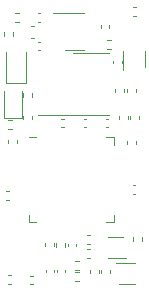
<source format=gbr>
%TF.GenerationSoftware,KiCad,Pcbnew,6.0.3-a3aad9c10e~116~ubuntu20.04.1*%
%TF.CreationDate,2022-03-24T21:59:22+11:00*%
%TF.ProjectId,sea-picro,7365612d-7069-4637-926f-2e6b69636164,0.2*%
%TF.SameCoordinates,Original*%
%TF.FileFunction,Legend,Top*%
%TF.FilePolarity,Positive*%
%FSLAX46Y46*%
G04 Gerber Fmt 4.6, Leading zero omitted, Abs format (unit mm)*
G04 Created by KiCad (PCBNEW 6.0.3-a3aad9c10e~116~ubuntu20.04.1) date 2022-03-24 21:59:22*
%MOMM*%
%LPD*%
G01*
G04 APERTURE LIST*
%ADD10C,0.120000*%
G04 APERTURE END LIST*
D10*
%TO.C,C19*%
X124040000Y-104127836D02*
X124040000Y-103912164D01*
X124760000Y-104127836D02*
X124760000Y-103912164D01*
%TO.C,R6*%
X122120000Y-91153641D02*
X122120000Y-90846359D01*
X122880000Y-91153641D02*
X122880000Y-90846359D01*
%TO.C,U4*%
X130600000Y-86950000D02*
X130600000Y-85400000D01*
X132400000Y-85400000D02*
X132400000Y-86700000D01*
%TO.C,C10*%
X131190000Y-91117836D02*
X131190000Y-90902164D01*
X131910000Y-91117836D02*
X131910000Y-90902164D01*
%TO.C,C8*%
X125890000Y-101692164D02*
X125890000Y-101907836D01*
X126610000Y-101692164D02*
X126610000Y-101907836D01*
%TO.C,C11*%
X120907836Y-97960000D02*
X120692164Y-97960000D01*
X120907836Y-97240000D02*
X120692164Y-97240000D01*
%TO.C,U1*%
X126450000Y-85320000D02*
X125650000Y-85320000D01*
X126450000Y-82200000D02*
X124650000Y-82200000D01*
X126450000Y-85320000D02*
X127250000Y-85320000D01*
X126450000Y-82200000D02*
X127250000Y-82200000D01*
%TO.C,R16*%
X120846359Y-91980000D02*
X121153641Y-91980000D01*
X120846359Y-91220000D02*
X121153641Y-91220000D01*
%TO.C,R10*%
X122120000Y-89253641D02*
X122120000Y-88946359D01*
X122880000Y-89253641D02*
X122880000Y-88946359D01*
%TO.C,U2*%
X126350000Y-85540000D02*
X129350000Y-85540000D01*
X123350000Y-90760000D02*
X129350000Y-90760000D01*
%TO.C,R9*%
X125680000Y-101953641D02*
X125680000Y-101646359D01*
X124920000Y-101953641D02*
X124920000Y-101646359D01*
%TO.C,R7*%
X130630000Y-88559332D02*
X130630000Y-88866614D01*
X129870000Y-88559332D02*
X129870000Y-88866614D01*
%TO.C,C2*%
X129410000Y-83202164D02*
X129410000Y-83417836D01*
X128690000Y-83202164D02*
X128690000Y-83417836D01*
%TO.C,R4*%
X131396359Y-82430000D02*
X131703641Y-82430000D01*
X131396359Y-81670000D02*
X131703641Y-81670000D01*
%TO.C,C15*%
X120840000Y-93157836D02*
X120840000Y-92942164D01*
X121560000Y-93157836D02*
X121560000Y-92942164D01*
%TO.C,C7*%
X122692164Y-105110000D02*
X122907836Y-105110000D01*
X122692164Y-104390000D02*
X122907836Y-104390000D01*
%TO.C,R15*%
X132180000Y-101146359D02*
X132180000Y-101453641D01*
X131420000Y-101146359D02*
X131420000Y-101453641D01*
%TO.C,C12*%
X127457836Y-91100000D02*
X127242164Y-91100000D01*
X127457836Y-91820000D02*
X127242164Y-91820000D01*
%TO.C,C5*%
X125660000Y-104127836D02*
X125660000Y-103912164D01*
X124940000Y-104127836D02*
X124940000Y-103912164D01*
%TO.C,C1*%
X123557836Y-85320000D02*
X123342164Y-85320000D01*
X123557836Y-84600000D02*
X123342164Y-84600000D01*
%TO.C,R12*%
X127496359Y-102880000D02*
X127803641Y-102880000D01*
X127496359Y-102120000D02*
X127803641Y-102120000D01*
%TO.C,R5*%
X128530000Y-103896359D02*
X128530000Y-104203641D01*
X127770000Y-103896359D02*
X127770000Y-104203641D01*
%TO.C,R17*%
X120796359Y-105130000D02*
X121103641Y-105130000D01*
X120796359Y-104370000D02*
X121103641Y-104370000D01*
%TO.C,R1*%
X129246359Y-85230000D02*
X129553641Y-85230000D01*
X129246359Y-84470000D02*
X129553641Y-84470000D01*
%TO.C,F1*%
X122737221Y-83250000D02*
X123062779Y-83250000D01*
X122737221Y-84270000D02*
X123062779Y-84270000D01*
%TO.C,R11*%
X126853641Y-103880000D02*
X126546359Y-103880000D01*
X126853641Y-103120000D02*
X126546359Y-103120000D01*
%TO.C,Q1*%
X130000000Y-103300000D02*
X131550000Y-103300000D01*
X131550000Y-105100000D02*
X130250000Y-105100000D01*
%TO.C,R14*%
X126853641Y-104120000D02*
X126546359Y-104120000D01*
X126853641Y-104880000D02*
X126546359Y-104880000D01*
%TO.C,C6*%
X123990000Y-101857836D02*
X123990000Y-101642164D01*
X124710000Y-101857836D02*
X124710000Y-101642164D01*
%TO.C,U3*%
X129160000Y-99870000D02*
X129810000Y-99870000D01*
X122590000Y-99870000D02*
X122590000Y-99220000D01*
X129810000Y-92650000D02*
X129810000Y-93300000D01*
X129810000Y-99870000D02*
X129810000Y-99220000D01*
X129160000Y-92650000D02*
X129810000Y-92650000D01*
X123240000Y-99870000D02*
X122590000Y-99870000D01*
X123240000Y-92650000D02*
X122590000Y-92650000D01*
%TO.C,R13*%
X128720000Y-104203641D02*
X128720000Y-103896359D01*
X129480000Y-104203641D02*
X129480000Y-103896359D01*
%TO.C,R3*%
X121280000Y-83796359D02*
X121280000Y-84103641D01*
X120520000Y-83796359D02*
X120520000Y-84103641D01*
%TO.C,C4*%
X129740000Y-86192164D02*
X129740000Y-86407836D01*
X130460000Y-86192164D02*
X130460000Y-86407836D01*
%TO.C,C9*%
X129092164Y-91100000D02*
X129307836Y-91100000D01*
X129092164Y-91820000D02*
X129307836Y-91820000D01*
%TO.C,C17*%
X127542164Y-101710000D02*
X127757836Y-101710000D01*
X127542164Y-100990000D02*
X127757836Y-100990000D01*
%TO.C,C14*%
X131392164Y-96740000D02*
X131607836Y-96740000D01*
X131392164Y-97460000D02*
X131607836Y-97460000D01*
%TO.C,D2*%
X120515000Y-88800000D02*
X120515000Y-91085000D01*
X121985000Y-91085000D02*
X121985000Y-88800000D01*
X120515000Y-91085000D02*
X121985000Y-91085000D01*
%TO.C,R2*%
X121753641Y-82940000D02*
X121446359Y-82940000D01*
X121753641Y-82180000D02*
X121446359Y-82180000D01*
%TO.C,C18*%
X125557836Y-91100000D02*
X125342164Y-91100000D01*
X125557836Y-91820000D02*
X125342164Y-91820000D01*
%TO.C,D1*%
X120650000Y-88050000D02*
X122350000Y-88050000D01*
X122350000Y-88050000D02*
X122350000Y-85500000D01*
X120650000Y-88050000D02*
X120650000Y-85500000D01*
%TO.C,Q2*%
X130850000Y-102900000D02*
X129300000Y-102900000D01*
X129300000Y-101100000D02*
X130600000Y-101100000D01*
%TO.C,C13*%
X130240000Y-91117836D02*
X130240000Y-90902164D01*
X130960000Y-91117836D02*
X130960000Y-90902164D01*
%TO.C,C3*%
X123557836Y-82200000D02*
X123342164Y-82200000D01*
X123557836Y-82920000D02*
X123342164Y-82920000D01*
%TO.C,C16*%
X130940000Y-93237836D02*
X130940000Y-93022164D01*
X131660000Y-93237836D02*
X131660000Y-93022164D01*
%TO.C,R8*%
X130870000Y-88559332D02*
X130870000Y-88866614D01*
X131630000Y-88559332D02*
X131630000Y-88866614D01*
%TD*%
M02*

</source>
